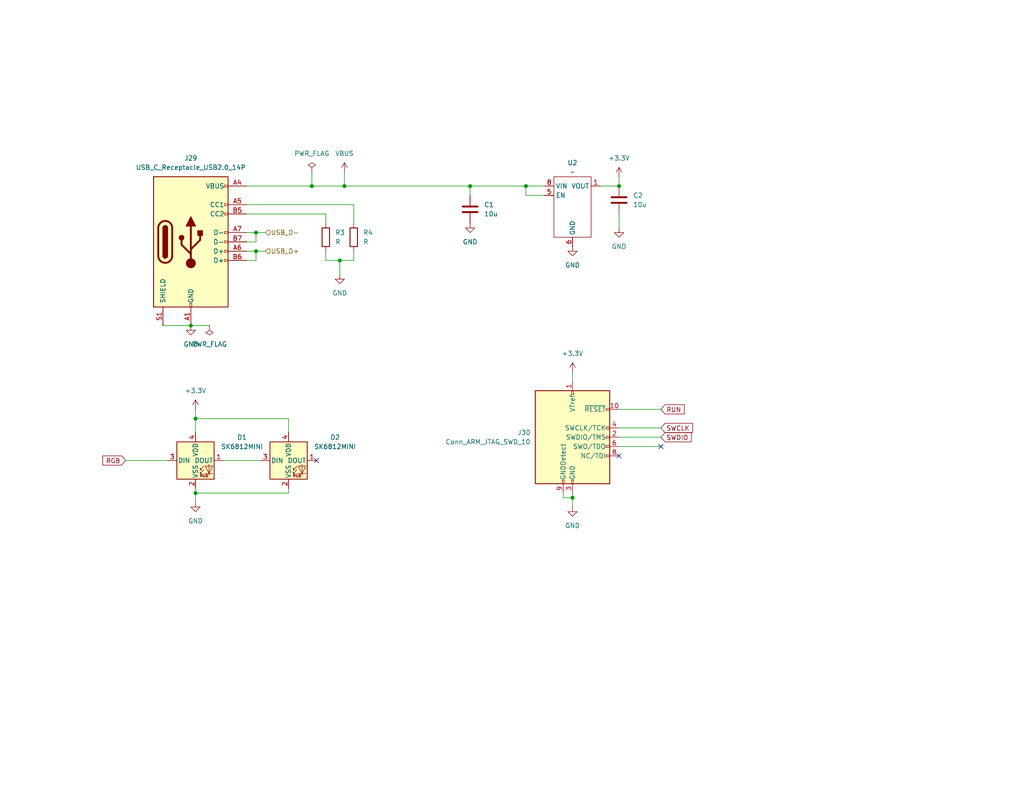
<source format=kicad_sch>
(kicad_sch (version 20231120) (generator "eeschema") (generator_version "8.0")
  (paper "A")
  (title_block (title "Jolt 2 - Left"))
  (lib_symbols
    (symbol "Connector:USB_C_Receptacle_USB2.0_14P" (pin_names (offset 1.016))
      (property "Reference" "J" (at 0 22.225 0))
      (property "Value" "USB_C_Receptacle_USB2.0_14P" (at 0 19.685 0))
      (symbol "USB_C_Receptacle_USB2.0_14P_0_0"
        (rectangle (start -0.254 -17.78) (end 0.254 -16.764))
        (rectangle (start 10.16 -4.826) (end 9.144 -5.334))
        (rectangle (start 10.16 -2.286) (end 9.144 -2.794))
        (rectangle (start 10.16 0.254) (end 9.144 -0.254))
        (rectangle (start 10.16 2.794) (end 9.144 2.286))
        (rectangle (start 10.16 7.874) (end 9.144 7.366))
        (rectangle (start 10.16 10.414) (end 9.144 9.906))
        (rectangle (start 10.16 15.494) (end 9.144 14.986))
      )
      (symbol "USB_C_Receptacle_USB2.0_14P_0_1"
        (rectangle (start -10.16 17.78) (end 10.16 -17.78) (stroke (width 0.254)) (fill (type background)))
        (arc (start -8.89 -3.81) (mid -6.985 -5.7067) (end -5.08 -3.81) (stroke (width 0.508)))
        (arc (start -7.62 -3.81) (mid -6.985 -4.4423) (end -6.35 -3.81) (stroke (width 0.254)))
        (arc (start -7.62 -3.81) (mid -6.985 -4.4423) (end -6.35 -3.81) (stroke (width 0.254)) (fill (type outline)))
        (rectangle (start -7.62 -3.81) (end -6.35 3.81) (stroke (width 0.254)) (fill (type outline)))
        (arc (start -6.35 3.81) (mid -6.985 4.4423) (end -7.62 3.81) (stroke (width 0.254)))
        (arc (start -6.35 3.81) (mid -6.985 4.4423) (end -7.62 3.81) (stroke (width 0.254)) (fill (type outline)))
        (arc (start -5.08 3.81) (mid -6.985 5.7067) (end -8.89 3.81) (stroke (width 0.508)))
        (circle (center -2.54 1.143) (radius 0.635) (stroke (width 0.254)) (fill (type outline)))
        (circle (center 0 -5.842) (radius 1.27) (fill (type outline)))
        (polyline (pts (xy -8.89 -3.81) (xy -8.89 3.81)) (stroke (width 0.508)))
        (polyline (pts (xy -5.08 3.81) (xy -5.08 -3.81)) (stroke (width 0.508)))
        (polyline (pts (xy 0 -5.842) (xy 0 4.318)) (stroke (width 0.508)))
        (polyline (pts (xy 0 -3.302) (xy -2.54 -0.762) (xy -2.54 0.508)) (stroke (width 0.508)))
        (polyline (pts (xy 0 -2.032) (xy 2.54 0.508) (xy 2.54 1.778)) (stroke (width 0.508)))
        (polyline (pts (xy -1.27 4.318) (xy 0 6.858) (xy 1.27 4.318) (xy -1.27 4.318)) (stroke (width 0.254)) (fill (type outline)))
        (rectangle (start 1.905 1.778) (end 3.175 3.048) (stroke (width 0.254)) (fill (type outline)))
      )
      (symbol "USB_C_Receptacle_USB2.0_14P_1_1"
        (pin passive line (at 0 -22.86 90) (length 5.08) (name "GND") (number "A1"))
        (pin passive line (at 0 -22.86 90) (length 5.08) hide (name "GND") (number "A12"))
        (pin passive line (at 15.24 15.24 180) (length 5.08) (name "VBUS") (number "A4"))
        (pin bidirectional line (at 15.24 10.16 180) (length 5.08) (name "CC1") (number "A5"))
        (pin bidirectional line (at 15.24 -2.54 180) (length 5.08) (name "D+") (number "A6"))
        (pin bidirectional line (at 15.24 2.54 180) (length 5.08) (name "D-") (number "A7"))
        (pin passive line (at 15.24 15.24 180) (length 5.08) hide (name "VBUS") (number "A9"))
        (pin passive line (at 0 -22.86 90) (length 5.08) hide (name "GND") (number "B1"))
        (pin passive line (at 0 -22.86 90) (length 5.08) hide (name "GND") (number "B12"))
        (pin passive line (at 15.24 15.24 180) (length 5.08) hide (name "VBUS") (number "B4"))
        (pin bidirectional line (at 15.24 7.62 180) (length 5.08) (name "CC2") (number "B5"))
        (pin bidirectional line (at 15.24 -5.08 180) (length 5.08) (name "D+") (number "B6"))
        (pin bidirectional line (at 15.24 0 180) (length 5.08) (name "D-") (number "B7"))
        (pin passive line (at 15.24 15.24 180) (length 5.08) hide (name "VBUS") (number "B9"))
        (pin passive line (at -7.62 -22.86 90) (length 5.08) (name "SHIELD") (number "S1"))
      )
    )
    (symbol "David Brown Keyboard Parts:AP2112M-3.3"
      (property "Reference" "U" (at 0 8.636 0))
      (symbol "AP2112M-3.3_0_1"
        (rectangle (start 5.08 -11.43) (end -5.08 5.08))
      )
      (symbol "AP2112M-3.3_1_1"
        (pin power_out line (at 7.62 2.54 180) (length 2.54) (name "VOUT") (number "1"))
        (pin no_connect line (at 7.62 0 180) (length 2.54) hide (name "NC2") (number "2"))
        (pin no_connect line (at 7.62 -2.54 180) (length 2.54) hide (name "NC3") (number "3"))
        (pin no_connect line (at 7.62 -5.08 180) (length 2.54) hide (name "NC4") (number "4"))
        (pin input line (at -7.62 0 0) (length 2.54) (name "EN") (number "5"))
        (pin power_in line (at 0 -13.97 90) (length 2.54) (name "GND") (number "6"))
        (pin power_in line (at 2.54 -13.97 90) (length 2.54) hide (name "GND") (number "7"))
        (pin power_in line (at -7.62 2.54 0) (length 2.54) (name "VIN") (number "8"))
      )
    )
    (symbol "David Brown Keyboard Parts:Conn_ARM_JTAG_SWD_10" (pin_names (offset 1.016))
      (property "Reference" "J3" (at -11.43 1.2701 0))
      (property "Value" "Conn_ARM_JTAG_SWD_10" (at -11.43 -1.2699 0))
      (symbol "Conn_ARM_JTAG_SWD_10_0_1"
        (rectangle (start -10.16 12.7) (end 10.16 -12.7) (stroke (width 0.254)) (fill (type background)))
        (rectangle (start -2.794 -12.7) (end -2.286 -11.684))
        (rectangle (start -0.254 -12.7) (end 0.254 -11.684))
        (rectangle (start -0.254 12.7) (end 0.254 11.684))
        (rectangle (start 9.144 2.286) (end 10.16 2.794))
        (rectangle (start 10.16 -2.794) (end 9.144 -2.286))
        (rectangle (start 10.16 -0.254) (end 9.144 0.254))
        (rectangle (start 10.16 7.874) (end 9.144 7.366))
      )
      (symbol "Conn_ARM_JTAG_SWD_10_1_1"
        (rectangle (start 9.144 -5.334) (end 10.16 -4.826))
        (pin power_in line (at 0 15.24 270) (length 2.54) (name "VTref") (number "1"))
        (pin output line (at 12.7 7.62 180) (length 2.54) (name "~{RESET}") (number "10"))
        (pin bidirectional line (at 12.7 0 180) (length 2.54) (name "SWDIO/TMS") (number "2"))
        (pin power_in line (at 0 -15.24 90) (length 2.54) (name "GND") (number "3"))
        (pin output line (at 12.7 2.54 180) (length 2.54) (name "SWCLK/TCK") (number "4"))
        (pin passive line (at 0 -15.24 90) (length 2.54) hide (name "GND") (number "5"))
        (pin input line (at 12.7 -2.54 180) (length 2.54) (name "SWO/TDO") (number "6"))
        (pin no_connect line (at -10.16 0 0) (length 2.54) hide (name "KEY") (number "7"))
        (pin output line (at 12.7 -5.08 180) (length 2.54) (name "NC/TDI") (number "8"))
        (pin passive line (at -2.54 -15.24 90) (length 2.54) (name "GNDDetect") (number "9"))
      )
    )
    (symbol "Device:C" (pin_numbers hide) (pin_names (offset 0.254))
      (property "Reference" "C" (at 0.635 2.54 0))
      (property "Value" "C" (at 0.635 -2.54 0))
      (symbol "C_0_1"
        (polyline (pts (xy -2.032 -0.762) (xy 2.032 -0.762)) (stroke (width 0.508)))
        (polyline (pts (xy -2.032 0.762) (xy 2.032 0.762)) (stroke (width 0.508)))
      )
      (symbol "C_1_1"
        (pin passive line (at 0 3.81 270) (length 2.794) (name "~") (number "1"))
        (pin passive line (at 0 -3.81 90) (length 2.794) (name "~") (number "2"))
      )
    )
    (symbol "Device:R" (pin_numbers hide) (pin_names (offset 0))
      (property "Reference" "R" (at 2.032 0 90))
      (property "Value" "R" (at 0 0 90))
      (symbol "R_0_1"
        (rectangle (start -1.016 -2.54) (end 1.016 2.54) (stroke (width 0.254)))
      )
      (symbol "R_1_1"
        (pin passive line (at 0 3.81 270) (length 1.27) (name "~") (number "1"))
        (pin passive line (at 0 -3.81 90) (length 1.27) (name "~") (number "2"))
      )
    )
    (symbol "LED:SK6812MINI" (pin_names (offset 0.254))
      (property "Reference" "D" (at 5.08 5.715 0))
      (property "Value" "SK6812MINI" (at 1.27 -5.715 0))
      (symbol "SK6812MINI_0_0"
        (text "RGB" (at 2.286 -4.191 0) (effects (font (size 0.762 0.762))))
      )
      (symbol "SK6812MINI_0_1"
        (polyline (pts (xy 1.27 -3.556) (xy 1.778 -3.556)))
        (polyline (pts (xy 1.27 -2.54) (xy 1.778 -2.54)))
        (polyline (pts (xy 4.699 -3.556) (xy 2.667 -3.556)))
        (polyline (pts (xy 2.286 -2.54) (xy 1.27 -3.556) (xy 1.27 -3.048)))
        (polyline (pts (xy 2.286 -1.524) (xy 1.27 -2.54) (xy 1.27 -2.032)))
        (polyline (pts (xy 3.683 -1.016) (xy 3.683 -3.556) (xy 3.683 -4.064)))
        (polyline (pts (xy 4.699 -1.524) (xy 2.667 -1.524) (xy 3.683 -3.556) (xy 4.699 -1.524)))
        (rectangle (start 5.08 5.08) (end -5.08 -5.08) (stroke (width 0.254)) (fill (type background)))
      )
      (symbol "SK6812MINI_1_1"
        (pin output line (at 7.62 0 180) (length 2.54) (name "DOUT") (number "1"))
        (pin power_in line (at 0 -7.62 90) (length 2.54) (name "VSS") (number "2"))
        (pin input line (at -7.62 0 0) (length 2.54) (name "DIN") (number "3"))
        (pin power_in line (at 0 7.62 270) (length 2.54) (name "VDD") (number "4"))
      )
    )
    (symbol "power:+3.3V" (power) (pin_numbers hide) (pin_names (offset 0) hide)
      (property "Value" "+3.3V" (at 0 3.556 0))
      (symbol "+3.3V_0_1"
        (polyline (pts (xy -0.762 1.27) (xy 0 2.54)))
        (polyline (pts (xy 0 0) (xy 0 2.54)))
        (polyline (pts (xy 0 2.54) (xy 0.762 1.27)))
      )
      (symbol "+3.3V_1_1"
        (pin power_in line (at 0 0 90) (length 0) (name "~") (number "1"))
      )
    )
    (symbol "power:GND" (power) (pin_numbers hide) (pin_names (offset 0) hide)
      (property "Value" "GND" (at 0 -3.81 0))
      (symbol "GND_0_1"
        (polyline (pts (xy 0 0) (xy 0 -1.27) (xy 1.27 -1.27) (xy 0 -2.54) (xy -1.27 -1.27) (xy 0 -1.27)))
      )
      (symbol "GND_1_1"
        (pin power_in line (at 0 0 270) (length 0) (name "~") (number "1"))
      )
    )
    (symbol "power:PWR_FLAG" (power) (pin_numbers hide) (pin_names (offset 0) hide)
      (property "Value" "PWR_FLAG" (at 0 3.81 0))
      (symbol "PWR_FLAG_0_0"
        (pin power_out line (at 0 0 90) (length 0) (name "~") (number "1"))
      )
      (symbol "PWR_FLAG_0_1"
        (polyline (pts (xy 0 0) (xy 0 1.27) (xy -1.016 1.905) (xy 0 2.54) (xy 1.016 1.905) (xy 0 1.27)))
      )
    )
    (symbol "power:VBUS" (power) (pin_numbers hide) (pin_names (offset 0) hide)
      (property "Value" "VBUS" (at 0 3.556 0))
      (symbol "VBUS_0_1"
        (polyline (pts (xy -0.762 1.27) (xy 0 2.54)))
        (polyline (pts (xy 0 0) (xy 0 2.54)))
        (polyline (pts (xy 0 2.54) (xy 0.762 1.27)))
      )
      (symbol "VBUS_1_1"
        (pin power_in line (at 0 0 90) (length 0) (name "~") (number "1"))
      )
    )
  )
  (junction (at 93.98 50.8))
  (junction (at 69.85 68.58))
  (junction (at 53.34 134.62))
  (junction (at 128.27 50.8))
  (junction (at 53.34 114.3))
  (junction (at 85.09 50.8))
  (junction (at 168.91 50.8))
  (junction (at 143.51 50.8))
  (junction (at 69.85 63.5))
  (junction (at 156.21 135.89))
  (junction (at 92.71 71.12))
  (junction (at 52.07 88.9))
  (no_connect (at 168.91 124.46))
  (no_connect (at 86.36 125.73))
  (no_connect (at 180.34 121.92))
  (wire (pts (xy 96.52 55.88) (xy 96.52 60.96)))
  (wire (pts (xy 53.34 111.76) (xy 53.34 114.3)))
  (wire (pts (xy 67.31 68.58) (xy 69.85 68.58)))
  (wire (pts (xy 78.74 118.11) (xy 78.74 114.3)))
  (wire (pts (xy 85.09 46.99) (xy 85.09 50.8)))
  (wire (pts (xy 69.85 68.58) (xy 72.39 68.58)))
  (wire (pts (xy 85.09 50.8) (xy 67.31 50.8)))
  (wire (pts (xy 88.9 71.12) (xy 92.71 71.12)))
  (wire (pts (xy 67.31 71.12) (xy 69.85 71.12)))
  (wire (pts (xy 168.91 58.42) (xy 168.91 62.23)))
  (wire (pts (xy 88.9 68.58) (xy 88.9 71.12)))
  (wire (pts (xy 156.21 101.6) (xy 156.21 104.14)))
  (wire (pts (xy 93.98 46.99) (xy 93.98 50.8)))
  (wire (pts (xy 168.91 111.76) (xy 180.34 111.76)))
  (wire (pts (xy 168.91 116.84) (xy 180.34 116.84)))
  (wire (pts (xy 156.21 135.89) (xy 156.21 138.43)))
  (wire (pts (xy 92.71 71.12) (xy 92.71 74.93)))
  (wire (pts (xy 143.51 53.34) (xy 143.51 50.8)))
  (wire (pts (xy 168.91 121.92) (xy 180.34 121.92)))
  (wire (pts (xy 78.74 133.35) (xy 78.74 134.62)))
  (wire (pts (xy 96.52 71.12) (xy 92.71 71.12)))
  (wire (pts (xy 52.07 88.9) (xy 57.15 88.9)))
  (wire (pts (xy 153.67 134.62) (xy 153.67 135.89)))
  (wire (pts (xy 67.31 66.04) (xy 69.85 66.04)))
  (wire (pts (xy 143.51 50.8) (xy 148.59 50.8)))
  (wire (pts (xy 88.9 58.42) (xy 88.9 60.96)))
  (wire (pts (xy 93.98 50.8) (xy 85.09 50.8)))
  (wire (pts (xy 156.21 134.62) (xy 156.21 135.89)))
  (wire (pts (xy 69.85 66.04) (xy 69.85 63.5)))
  (wire (pts (xy 163.83 50.8) (xy 168.91 50.8)))
  (wire (pts (xy 78.74 134.62) (xy 53.34 134.62)))
  (wire (pts (xy 67.31 55.88) (xy 96.52 55.88)))
  (wire (pts (xy 60.96 125.73) (xy 71.12 125.73)))
  (wire (pts (xy 53.34 134.62) (xy 53.34 137.16)))
  (wire (pts (xy 96.52 68.58) (xy 96.52 71.12)))
  (wire (pts (xy 153.67 135.89) (xy 156.21 135.89)))
  (wire (pts (xy 93.98 50.8) (xy 128.27 50.8)))
  (wire (pts (xy 67.31 63.5) (xy 69.85 63.5)))
  (wire (pts (xy 67.31 58.42) (xy 88.9 58.42)))
  (wire (pts (xy 168.91 119.38) (xy 180.34 119.38)))
  (wire (pts (xy 148.59 53.34) (xy 143.51 53.34)))
  (wire (pts (xy 69.85 63.5) (xy 72.39 63.5)))
  (wire (pts (xy 53.34 114.3) (xy 53.34 118.11)))
  (wire (pts (xy 78.74 114.3) (xy 53.34 114.3)))
  (wire (pts (xy 69.85 71.12) (xy 69.85 68.58)))
  (wire (pts (xy 34.29 125.73) (xy 45.72 125.73)))
  (wire (pts (xy 168.91 48.26) (xy 168.91 50.8)))
  (wire (pts (xy 53.34 133.35) (xy 53.34 134.62)))
  (wire (pts (xy 128.27 50.8) (xy 128.27 53.34)))
  (wire (pts (xy 44.45 88.9) (xy 52.07 88.9)))
  (wire (pts (xy 128.27 50.8) (xy 143.51 50.8)))
  (global_label "SWCLK" (shape input) (at 180.34 116.84 0) (property "Intersheetrefs" "${INTERSHEET_REFS}" (effects (hide yes))))
  (global_label "RGB" (shape input) (at 34.29 125.73 180) (property "Intersheetrefs" "${INTERSHEET_REFS}" (effects (hide yes))))
  (global_label "SWDIO" (shape input) (at 180.34 119.38 0) (property "Intersheetrefs" "${INTERSHEET_REFS}" (effects (hide yes))))
  (global_label "RUN" (shape input) (at 180.34 111.76 0) (property "Intersheetrefs" "${INTERSHEET_REFS}" (effects (hide yes))))
  (hierarchical_label "USB_D+" (shape input) (at 72.39 68.58 0))
  (hierarchical_label "USB_D-" (shape input) (at 72.39 63.5 0))
  (symbol (lib_id "LED:SK6812MINI") (at 78.74 125.73 0) (unit 1)
    (property "Reference" "D2" (at 91.44 119.4114 0))
    (property "Value" "SK6812MINI" (at 91.44 121.9514 0))
    (property "Footprint" "LED_SMD:LED_SK6812MINI_PLCC4_3.5x3.5mm_P1.75mm" (effects (hide yes)))
    (property "Datasheet" "https://cdn-shop.adafruit.com/product-files/2686/SK6812MINI_REV.01-1-2.pdf" (effects (hide yes)))
    (property "Description" "RGB LED with integrated controller" (effects (hide yes)))
  )
  (symbol (lib_id "power:GND") (at 92.71 74.93 0) (unit 1)
    (property "Reference" "#PWR06" (effects (hide yes)))
    (property "Value" "GND" (at 92.71 80.01 0))
    (property "Description" "Power symbol creates a global label with name \"GND\" , ground" (effects (hide yes)))
  )
  (symbol (lib_id "David Brown Keyboard Parts:AP2112M-3.3") (at 156.21 53.34 0) (unit 1)
    (property "Reference" "U2" (at 156.21 44.45 0))
    (property "Value" "~" (at 156.21 46.99 0))
    (property "Footprint" "davidb-keyboard-foot:AP2112M-SO8" (effects (hide yes)))
  )
  (symbol (lib_id "Device:C") (at 128.27 57.15 0) (unit 1)
    (property "Reference" "C1" (at 132.08 55.8799 0) (effects (justify left)))
    (property "Value" "10u" (at 132.08 58.4199 0) (effects (justify left)))
    (property "Footprint" "Capacitor_SMD:C_0603_1608Metric" (effects (hide yes)))
    (property "Description" "Unpolarized capacitor" (effects (hide yes)))
  )
  (symbol (lib_id "power:GND") (at 156.21 138.43 0) (unit 1)
    (property "Reference" "#PWR026" (effects (hide yes)))
    (property "Value" "GND" (at 156.21 143.51 0))
    (property "Description" "Power symbol creates a global label with name \"GND\" , ground" (effects (hide yes)))
  )
  (symbol (lib_id "power:GND") (at 53.34 137.16 0) (unit 1)
    (property "Reference" "#PWR024" (effects (hide yes)))
    (property "Value" "GND" (at 53.34 142.24 0))
    (property "Description" "Power symbol creates a global label with name \"GND\" , ground" (effects (hide yes)))
  )
  (symbol (lib_id "power:+3.3V") (at 53.34 111.76 0) (unit 1)
    (property "Reference" "#PWR023" (effects (hide yes)))
    (property "Value" "+3.3V" (at 53.34 106.68 0))
    (property "Description" "Power symbol creates a global label with name \"+3.3V\"" (effects (hide yes)))
  )
  (symbol (lib_id "power:GND") (at 128.27 60.96 0) (unit 1)
    (property "Reference" "#PWR03" (effects (hide yes)))
    (property "Value" "GND" (at 128.27 66.04 0))
    (property "Description" "Power symbol creates a global label with name \"GND\" , ground" (effects (hide yes)))
  )
  (symbol (lib_id "Device:R") (at 96.52 64.77 0) (unit 1)
    (property "Reference" "R4" (at 99.06 63.4999 0) (effects (justify left)))
    (property "Value" "R" (at 99.06 66.0399 0) (effects (justify left)))
    (property "Footprint" "Resistor_SMD:R_0603_1608Metric" (effects (hide yes)))
    (property "Description" "Resistor" (effects (hide yes)))
  )
  (symbol (lib_id "power:+3.3V") (at 168.91 48.26 0) (unit 1)
    (property "Reference" "#PWR05" (effects (hide yes)))
    (property "Value" "+3.3V" (at 168.91 43.18 0))
    (property "Description" "Power symbol creates a global label with name \"+3.3V\"" (effects (hide yes)))
  )
  (symbol (lib_id "power:GND") (at 52.07 88.9 0) (unit 1)
    (property "Reference" "#PWR01" (effects (hide yes)))
    (property "Value" "GND" (at 52.07 93.98 0))
    (property "Description" "Power symbol creates a global label with name \"GND\" , ground" (effects (hide yes)))
  )
  (symbol (lib_id "power:GND") (at 168.91 62.23 0) (unit 1)
    (property "Reference" "#PWR020" (effects (hide yes)))
    (property "Value" "GND" (at 168.91 67.31 0))
    (property "Description" "Power symbol creates a global label with name \"GND\" , ground" (effects (hide yes)))
  )
  (symbol (lib_id "power:+3.3V") (at 156.21 101.6 0) (unit 1)
    (property "Reference" "#PWR025" (effects (hide yes)))
    (property "Value" "+3.3V" (at 156.21 96.52 0))
    (property "Description" "Power symbol creates a global label with name \"+3.3V\"" (effects (hide yes)))
  )
  (symbol (lib_id "power:PWR_FLAG") (at 85.09 46.99 0) (unit 1)
    (property "Reference" "#FLG02" (effects (hide yes)))
    (property "Value" "PWR_FLAG" (at 85.09 41.91 0))
    (property "Description" "Special symbol for telling ERC where power comes from" (effects (hide yes)))
  )
  (symbol (lib_id "power:VBUS") (at 93.98 46.99 0) (unit 1)
    (property "Reference" "#PWR02" (effects (hide yes)))
    (property "Value" "VBUS" (at 93.98 41.91 0))
    (property "Description" "Power symbol creates a global label with name \"VBUS\"" (effects (hide yes)))
  )
  (symbol (lib_id "Connector:USB_C_Receptacle_USB2.0_14P") (at 52.07 66.04 0) (unit 1)
    (property "Reference" "J29" (at 52.07 43.18 0))
    (property "Value" "USB_C_Receptacle_USB2.0_14P" (at 52.07 45.72 0))
    (property "Footprint" "davidb-keyboard-foot:USB_C_Receptacle_GCT_USB4085" (effects (hide yes)))
    (property "Datasheet" "https://www.usb.org/sites/default/files/documents/usb_type-c.zip" (effects (hide yes)))
    (property "Description" "USB 2.0-only 14P Type-C Receptacle connector" (effects (hide yes)))
  )
  (symbol (lib_id "power:GND") (at 156.21 67.31 0) (unit 1)
    (property "Reference" "#PWR04" (effects (hide yes)))
    (property "Value" "GND" (at 156.21 72.39 0))
    (property "Description" "Power symbol creates a global label with name \"GND\" , ground" (effects (hide yes)))
  )
  (symbol (lib_id "power:PWR_FLAG") (at 57.15 88.9 180) (unit 1)
    (property "Reference" "#FLG01" (effects (hide yes)))
    (property "Value" "PWR_FLAG" (at 57.15 93.98 0))
    (property "Description" "Special symbol for telling ERC where power comes from" (effects (hide yes)))
  )
  (symbol (lib_id "Device:R") (at 88.9 64.77 0) (unit 1)
    (property "Reference" "R3" (at 91.44 63.4999 0) (effects (justify left)))
    (property "Value" "R" (at 91.44 66.0399 0) (effects (justify left)))
    (property "Footprint" "Resistor_SMD:R_0603_1608Metric" (effects (hide yes)))
    (property "Description" "Resistor" (effects (hide yes)))
  )
  (symbol (lib_id "LED:SK6812MINI") (at 53.34 125.73 0) (unit 1)
    (property "Reference" "D1" (at 66.04 119.4114 0))
    (property "Value" "SK6812MINI" (at 66.04 121.9514 0))
    (property "Footprint" "LED_SMD:LED_SK6812MINI_PLCC4_3.5x3.5mm_P1.75mm" (effects (hide yes)))
    (property "Datasheet" "https://cdn-shop.adafruit.com/product-files/2686/SK6812MINI_REV.01-1-2.pdf" (effects (hide yes)))
    (property "Description" "RGB LED with integrated controller" (effects (hide yes)))
  )
  (symbol (lib_id "David Brown Keyboard Parts:Conn_ARM_JTAG_SWD_10") (at 156.21 119.38 0) (unit 1)
    (property "Reference" "J30" (at 144.78 118.1099 0) (effects (justify right)))
    (property "Value" "Conn_ARM_JTAG_SWD_10" (at 144.78 120.6499 0) (effects (justify right)))
    (property "Footprint" "davidb-keyboard-foot:Cortex-M-Debug10" (effects (hide yes)))
    (property "Datasheet" "http://infocenter.arm.com/help/topic/com.arm.doc.ddi0314h/DDI0314H_coresight_components_trm.pdf" (effects (hide yes)))
    (property "Description" "Cortex Debug Connector, standard ARM Cortex-M SWD and JTAG interface" (effects (hide yes)))
  )
  (symbol (lib_id "Device:C") (at 168.91 54.61 0) (unit 1)
    (property "Reference" "C2" (at 172.72 53.3399 0) (effects (justify left)))
    (property "Value" "10u" (at 172.72 55.8799 0) (effects (justify left)))
    (property "Footprint" "Capacitor_SMD:C_0603_1608Metric" (effects (hide yes)))
    (property "Description" "Unpolarized capacitor" (effects (hide yes)))
  )
)
</source>
